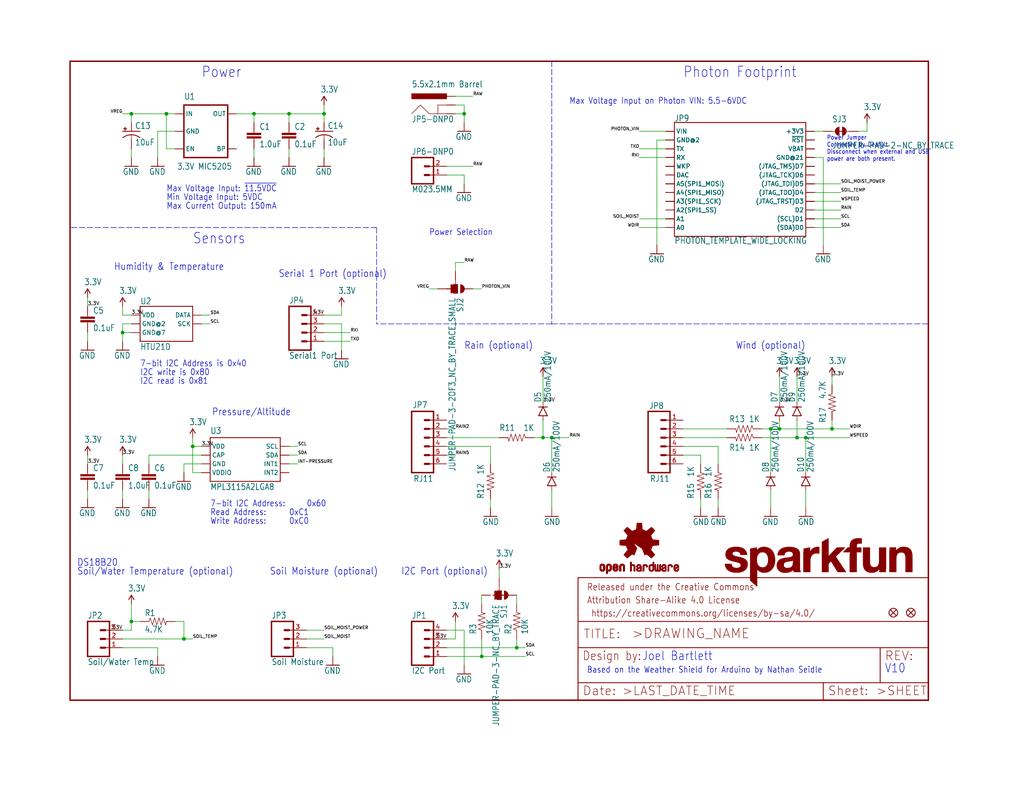
<source format=kicad_sch>
(kicad_sch (version 20211123) (generator eeschema)
  (paper "User" 297.002 231.242)
  (lib_symbols
    (symbol "schematicEagle-eagle-import:0.1UF-25V(+80{slash}-20%)(0603)"
      (property "Reference" "C" (at 1.524 2.921 0))
      (property "Value" "0.1UF-25V(+80{slash}-20%)(0603)" (at 1.524 -2.159 0))
      (symbol "0.1UF-25V(+80{slash}-20%)(0603)_1_0"
        (pin passive line (at 0 5.08 270) (length 2.54) (name "1") (number "1"))
        (pin passive line (at 0 -2.54 90) (length 2.54) (name "2") (number "2"))
      )
    )
    (symbol "schematicEagle-eagle-import:1.0UF-16V-10%(0603)"
      (property "Reference" "C" (at 1.524 2.921 0))
      (property "Value" "1.0UF-16V-10%(0603)" (at 1.524 -2.159 0))
      (symbol "1.0UF-16V-10%(0603)_1_0"
        (pin passive line (at 0 5.08 270) (length 2.54) (name "1") (number "1"))
        (pin passive line (at 0 -2.54 90) (length 2.54) (name "2") (number "2"))
      )
    )
    (symbol "schematicEagle-eagle-import:10KOHM-1{slash}10W-1%(0603)0603"
      (property "Reference" "R" (at -3.81 1.4986 0))
      (property "Value" "10KOHM-1{slash}10W-1%(0603)0603" (at -3.81 -3.302 0))
      (symbol "10KOHM-1{slash}10W-1%(0603)0603_1_0"
        (pin passive line (at -5.08 0 0) (length 2.54) (name "1") (number "1"))
        (pin passive line (at 5.08 0 180) (length 2.54) (name "2") (number "2"))
      )
    )
    (symbol "schematicEagle-eagle-import:10UF-16V-10%(TANT)"
      (property "Reference" "C" (at 1.016 0.635 0))
      (property "Value" "10UF-16V-10%(TANT)" (at 1.016 -4.191 0))
      (symbol "10UF-16V-10%(TANT)_1_0"
        (pin passive line (at 0 2.54 270) (length 2.54) (name "+") (number "A"))
        (pin passive line (at 0 -5.08 90) (length 2.54) (name "-") (number "C"))
      )
    )
    (symbol "schematicEagle-eagle-import:1KOHM-1{slash}10W-1%(0603)"
      (property "Reference" "R" (at -3.81 1.4986 0))
      (property "Value" "1KOHM-1{slash}10W-1%(0603)" (at -3.81 -3.302 0))
      (symbol "1KOHM-1{slash}10W-1%(0603)_1_0"
        (pin passive line (at -5.08 0 0) (length 2.54) (name "1") (number "1"))
        (pin passive line (at 5.08 0 180) (length 2.54) (name "2") (number "2"))
      )
    )
    (symbol "schematicEagle-eagle-import:3.3V" (power)
      (property "Value" "3.3V" (at -1.016 3.556 0))
      (symbol "3.3V_1_0"
        (pin power_in line (at 0 0 90) (length 2.54) (name "3.3V") (number "1"))
      )
    )
    (symbol "schematicEagle-eagle-import:4.7KOHM-1{slash}10W-1%(0603)"
      (property "Reference" "R" (at -3.81 1.4986 0))
      (property "Value" "4.7KOHM-1{slash}10W-1%(0603)" (at -3.81 -3.302 0))
      (symbol "4.7KOHM-1{slash}10W-1%(0603)_1_0"
        (pin passive line (at -5.08 0 0) (length 2.54) (name "1") (number "1"))
        (pin passive line (at 5.08 0 180) (length 2.54) (name "2") (number "2"))
      )
    )
    (symbol "schematicEagle-eagle-import:DIODEBAS16"
      (property "Reference" "D" (at 2.54 0.4826 0))
      (property "Value" "DIODEBAS16" (at 2.54 -2.3114 0))
      (symbol "DIODEBAS16_1_0"
        (pin passive line (at -2.54 0 0) (length 0) (name "A") (number "A"))
        (pin passive line (at 2.54 0 180) (length 0) (name "C") (number "C"))
      )
    )
    (symbol "schematicEagle-eagle-import:FIDUCIAL1X2")
    (symbol "schematicEagle-eagle-import:FRAME-LETTER"
      (symbol "FRAME-LETTER_2_0"
        (text " https://creativecommons.org/licenses/by-sa/4.0/" (at 2.54 24.13 0) (effects (font (size 1.9304 1.6408)) (justify left bottom)))
        (text ">DRAWING_NAME" (at 15.494 17.78 0) (effects (font (size 2.7432 2.7432)) (justify left bottom)))
        (text ">LAST_DATE_TIME" (at 12.7 1.27 0) (effects (font (size 2.54 2.54)) (justify left bottom)))
        (text ">SHEET" (at 86.36 1.27 0) (effects (font (size 2.54 2.54)) (justify left bottom)))
        (text "Attribution Share-Alike 4.0 License" (at 2.54 27.94 0) (effects (font (size 1.9304 1.6408)) (justify left bottom)))
        (text "Date:" (at 1.27 1.27 0) (effects (font (size 2.54 2.54)) (justify left bottom)))
        (text "Design by:" (at 1.27 11.43 0) (effects (font (size 2.54 2.159)) (justify left bottom)))
        (text "Released under the Creative Commons" (at 2.54 31.75 0) (effects (font (size 1.9304 1.6408)) (justify left bottom)))
        (text "REV:" (at 88.9 11.43 0) (effects (font (size 2.54 2.54)) (justify left bottom)))
        (text "Sheet:" (at 72.39 1.27 0) (effects (font (size 2.54 2.54)) (justify left bottom)))
        (text "TITLE:" (at 1.524 17.78 0) (effects (font (size 2.54 2.54)) (justify left bottom)))
      )
    )
    (symbol "schematicEagle-eagle-import:GND" (power)
      (property "Value" "GND" (at -2.54 -2.54 0))
      (symbol "GND_1_0"
        (pin power_in line (at 0 2.54 270) (length 2.54) (name "GND") (number "1"))
      )
    )
    (symbol "schematicEagle-eagle-import:HTU21DSMD"
      (property "Reference" "U" (at -7.62 5.588 0))
      (property "Value" "HTU21DSMD" (at -7.62 -7.62 0))
      (symbol "HTU21DSMD_1_0"
        (pin power_in line (at -10.16 -2.54 0) (length 2.54) (name "GND@7") (number "7"))
        (pin bidirectional line (at 10.16 2.54 180) (length 2.54) (name "DATA") (number "DATA"))
        (pin power_in line (at -10.16 0 0) (length 2.54) (name "GND@2") (number "GND"))
        (pin input line (at 10.16 0 180) (length 2.54) (name "SCK") (number "SCK"))
        (pin power_in line (at -10.16 2.54 0) (length 2.54) (name "VDD") (number "VDD"))
      )
    )
    (symbol "schematicEagle-eagle-import:JUMPER-PAD-2-NC_BY_TRACE"
      (property "Reference" "SJ" (at -2.54 2.54 0))
      (property "Value" "JUMPER-PAD-2-NC_BY_TRACE" (at -2.54 -5.08 0))
      (symbol "JUMPER-PAD-2-NC_BY_TRACE_1_0"
        (pin passive line (at -5.08 0 0) (length 2.54) (name "1") (number "1"))
        (pin passive line (at 5.08 0 180) (length 2.54) (name "2") (number "2"))
      )
    )
    (symbol "schematicEagle-eagle-import:JUMPER-PAD-3-2OF3_NC_BY_TRACE_SMALL"
      (property "Reference" "SJ" (at 2.54 0.381 0))
      (property "Value" "JUMPER-PAD-3-2OF3_NC_BY_TRACE_SMALL" (at 2.54 -1.905 0))
      (symbol "JUMPER-PAD-3-2OF3_NC_BY_TRACE_SMALL_1_0"
        (pin passive line (at 0 5.08 270) (length 2.54) (name "1") (number "1"))
        (pin passive line (at -5.08 0 0) (length 2.54) (name "2") (number "2"))
        (pin passive line (at 0 -5.08 90) (length 2.54) (name "3") (number "3"))
      )
    )
    (symbol "schematicEagle-eagle-import:JUMPER-PAD-3-NC_BY_TRACE"
      (property "Reference" "SJ" (at 2.54 0.381 0))
      (property "Value" "JUMPER-PAD-3-NC_BY_TRACE" (at 2.54 -1.905 0))
      (symbol "JUMPER-PAD-3-NC_BY_TRACE_1_0"
        (pin passive line (at 0 5.08 270) (length 2.54) (name "1") (number "1"))
        (pin passive line (at -5.08 0 0) (length 2.54) (name "2") (number "2"))
        (pin passive line (at 0 -5.08 90) (length 2.54) (name "3") (number "3"))
      )
    )
    (symbol "schematicEagle-eagle-import:M023.5MM"
      (property "Reference" "JP" (at -2.54 5.842 0))
      (property "Value" "M023.5MM" (at -2.54 -5.08 0))
      (symbol "M023.5MM_1_0"
        (pin passive line (at 7.62 0 180) (length 5.08) (name "1") (number "1"))
        (pin passive line (at 7.62 2.54 180) (length 5.08) (name "2") (number "2"))
      )
    )
    (symbol "schematicEagle-eagle-import:M03PTH"
      (property "Reference" "JP" (at -2.54 5.842 0))
      (property "Value" "M03PTH" (at -2.54 -7.62 0))
      (symbol "M03PTH_1_0"
        (pin passive line (at 7.62 -2.54 180) (length 5.08) (name "1") (number "1"))
        (pin passive line (at 7.62 0 180) (length 5.08) (name "2") (number "2"))
        (pin passive line (at 7.62 2.54 180) (length 5.08) (name "3") (number "3"))
      )
    )
    (symbol "schematicEagle-eagle-import:M04PTH"
      (property "Reference" "JP" (at -5.08 8.382 0))
      (property "Value" "M04PTH" (at -5.08 -7.62 0))
      (symbol "M04PTH_1_0"
        (pin passive line (at 5.08 -2.54 180) (length 5.08) (name "1") (number "1"))
        (pin passive line (at 5.08 0 180) (length 5.08) (name "2") (number "2"))
        (pin passive line (at 5.08 2.54 180) (length 5.08) (name "3") (number "3"))
        (pin passive line (at 5.08 5.08 180) (length 5.08) (name "4") (number "4"))
      )
    )
    (symbol "schematicEagle-eagle-import:MIC52053.3V"
      (property "Reference" "U" (at -7.62 9.144 0))
      (property "Value" "MIC52053.3V" (at -7.62 -11.43 0))
      (symbol "MIC52053.3V_1_0"
        (pin input line (at -10.16 5.08 0) (length 2.54) (name "IN") (number "1"))
        (pin input line (at -10.16 0 0) (length 2.54) (name "GND") (number "2"))
        (pin input line (at -10.16 -5.08 0) (length 2.54) (name "EN") (number "3"))
        (pin input line (at 7.62 -5.08 180) (length 2.54) (name "BP") (number "4"))
        (pin passive line (at 7.62 5.08 180) (length 2.54) (name "OUT") (number "5"))
      )
    )
    (symbol "schematicEagle-eagle-import:MPL3115A2LGA8"
      (property "Reference" "U" (at -10.16 5.08 0))
      (property "Value" "MPL3115A2LGA8" (at -10.16 -10.16 0))
      (symbol "MPL3115A2LGA8_1_0"
        (pin power_in line (at -12.7 2.54 0) (length 2.54) (name "VDD") (number "1"))
        (pin power_in line (at -12.7 0 0) (length 2.54) (name "CAP") (number "2"))
        (pin power_in line (at -12.7 -2.54 0) (length 2.54) (name "GND") (number "3"))
        (pin power_in line (at -12.7 -5.08 0) (length 2.54) (name "VDDIO") (number "4"))
        (pin output line (at 12.7 -5.08 180) (length 2.54) (name "INT2") (number "5"))
        (pin output line (at 12.7 -2.54 180) (length 2.54) (name "INT1") (number "6"))
        (pin bidirectional line (at 12.7 0 180) (length 2.54) (name "SDA") (number "7"))
        (pin bidirectional line (at 12.7 2.54 180) (length 2.54) (name "SCL") (number "8"))
      )
    )
    (symbol "schematicEagle-eagle-import:OSHW-LOGOM")
    (symbol "schematicEagle-eagle-import:POWER_JACKSMD"
      (property "Reference" "JP" (at -10.16 0 0))
      (property "Value" "POWER_JACKSMD" (at -10.16 10.16 0))
      (symbol "POWER_JACKSMD_1_0"
        (pin bidirectional line (at 2.54 5.08 180) (length 2.54) (name "GNDBREAK") (number "GND"))
        (pin bidirectional line (at 2.54 2.54 180) (length 2.54) (name "GND") (number "P$4"))
        (pin bidirectional line (at 2.54 7.62 180) (length 2.54) (name "PWR") (number "VIN0"))
      )
    )
    (symbol "schematicEagle-eagle-import:RJ11-6PTH"
      (property "Reference" "J" (at -5.08 10.922 0))
      (property "Value" "RJ11-6PTH" (at -5.08 -10.16 0))
      (symbol "RJ11-6PTH_1_0"
        (pin passive line (at 5.08 -5.08 180) (length 5.08) (name "1") (number "1"))
        (pin passive line (at 5.08 -2.54 180) (length 5.08) (name "2") (number "2"))
        (pin passive line (at 5.08 0 180) (length 5.08) (name "3") (number "3"))
        (pin passive line (at 5.08 2.54 180) (length 5.08) (name "4") (number "4"))
        (pin passive line (at 5.08 5.08 180) (length 5.08) (name "5") (number "5"))
        (pin passive line (at 5.08 7.62 180) (length 5.08) (name "6") (number "6"))
      )
    )
    (symbol "schematicEagle-eagle-import:SFE_LOGO_NAME.1_INCH")
    (symbol "schematicEagle-eagle-import:SPARK_PHOTONSPARK_PHOTON_TEMPLATE_WIDE_LOCKING"
      (property "Reference" "JP" (at -20.32 18.034 0))
      (property "Value" "SPARK_PHOTONSPARK_PHOTON_TEMPLATE_WIDE_LOCKING" (at -20.32 -15.494 0))
      (symbol "SPARK_PHOTONSPARK_PHOTON_TEMPLATE_WIDE_LOCKING_1_0"
        (pin bidirectional line (at -22.86 15.24 0) (length 2.54) (name "VIN") (number "1"))
        (pin bidirectional line (at -22.86 -7.62 0) (length 2.54) (name "A2(SPI1_SS)") (number "10"))
        (pin bidirectional line (at -22.86 -10.16 0) (length 2.54) (name "A1") (number "11"))
        (pin bidirectional line (at -22.86 -12.7 0) (length 2.54) (name "A0") (number "12"))
        (pin bidirectional line (at 20.32 -12.7 180) (length 2.54) (name "(SDA)D0") (number "13"))
        (pin bidirectional line (at 20.32 -10.16 180) (length 2.54) (name "(SCL)D1") (number "14"))
        (pin bidirectional line (at 20.32 -7.62 180) (length 2.54) (name "D2") (number "15"))
        (pin bidirectional line (at 20.32 -5.08 180) (length 2.54) (name "(JTAG_TRST)D3") (number "16"))
        (pin bidirectional line (at 20.32 -2.54 180) (length 2.54) (name "(JTAG_TDO)D4") (number "17"))
        (pin bidirectional line (at 20.32 0 180) (length 2.54) (name "(JTAG_TDI)D5") (number "18"))
        (pin bidirectional line (at 20.32 2.54 180) (length 2.54) (name "(JTAG_TCK)D6") (number "19"))
        (pin bidirectional line (at -22.86 12.7 0) (length 2.54) (name "GND@2") (number "2"))
        (pin bidirectional line (at 20.32 5.08 180) (length 2.54) (name "(JTAG_TMS)D7") (number "20"))
        (pin bidirectional line (at 20.32 7.62 180) (length 2.54) (name "GND@21") (number "21"))
        (pin bidirectional line (at 20.32 10.16 180) (length 2.54) (name "VBAT") (number "22"))
        (pin bidirectional line (at 20.32 12.7 180) (length 2.54) (name "~{RST}") (number "23"))
        (pin bidirectional line (at 20.32 15.24 180) (length 2.54) (name "+3V3") (number "24"))
        (pin bidirectional line (at -22.86 10.16 0) (length 2.54) (name "TX") (number "3"))
        (pin bidirectional line (at 20.32 15.24 180) (length 2.54) (name "+3V3") (number "3V3"))
        (pin bidirectional line (at -22.86 7.62 0) (length 2.54) (name "RX") (number "4"))
        (pin bidirectional line (at -22.86 5.08 0) (length 2.54) (name "WKP") (number "5"))
        (pin bidirectional line (at -22.86 2.54 0) (length 2.54) (name "DAC") (number "6"))
        (pin bidirectional line (at -22.86 0 0) (length 2.54) (name "A5(SPI1_MOSI)") (number "7"))
        (pin bidirectional line (at -22.86 -2.54 0) (length 2.54) (name "A4(SPI1_MISO)") (number "8"))
        (pin bidirectional line (at -22.86 -5.08 0) (length 2.54) (name "A3(SPI1_SCK)") (number "9"))
        (pin bidirectional line (at -22.86 -12.7 0) (length 2.54) (name "A0") (number "A0"))
        (pin bidirectional line (at -22.86 -10.16 0) (length 2.54) (name "A1") (number "A1"))
        (pin bidirectional line (at -22.86 -7.62 0) (length 2.54) (name "A2(SPI1_SS)") (number "A2"))
        (pin bidirectional line (at -22.86 -5.08 0) (length 2.54) (name "A3(SPI1_SCK)") (number "A3"))
        (pin bidirectional line (at -22.86 -2.54 0) (length 2.54) (name "A4(SPI1_MISO)") (number "A4"))
        (pin bidirectional line (at -22.86 0 0) (length 2.54) (name "A5(SPI1_MOSI)") (number "A5"))
        (pin bidirectional line (at 20.32 -12.7 180) (length 2.54) (name "(SDA)D0") (number "D0"))
        (pin bidirectional line (at 20.32 -10.16 180) (length 2.54) (name "(SCL)D1") (number "D1"))
        (pin bidirectional line (at 20.32 -7.62 180) (length 2.54) (name "D2") (number "D2"))
        (pin bidirectional line (at 20.32 -5.08 180) (length 2.54) (name "(JTAG_TRST)D3") (number "D3"))
        (pin bidirectional line (at 20.32 -2.54 180) (length 2.54) (name "(JTAG_TDO)D4") (number "D4"))
        (pin bidirectional line (at 20.32 0 180) (length 2.54) (name "(JTAG_TDI)D5") (number "D5"))
        (pin bidirectional line (at 20.32 2.54 180) (length 2.54) (name "(JTAG_TCK)D6") (number "D6"))
        (pin bidirectional line (at 20.32 5.08 180) (length 2.54) (name "(JTAG_TMS)D7") (number "D7"))
        (pin bidirectional line (at -22.86 2.54 0) (length 2.54) (name "DAC") (number "DAC"))
        (pin bidirectional line (at -22.86 12.7 0) (length 2.54) (name "GND@2") (number "GND@0"))
        (pin bidirectional line (at 20.32 7.62 180) (length 2.54) (name "GND@21") (number "GND@2"))
        (pin bidirectional line (at 20.32 12.7 180) (length 2.54) (name "~{RST}") (number "RST"))
        (pin bidirectional line (at -22.86 7.62 0) (length 2.54) (name "RX") (number "RX"))
        (pin bidirectional line (at -22.86 10.16 0) (length 2.54) (name "TX") (number "TX"))
        (pin bidirectional line (at 20.32 10.16 180) (length 2.54) (name "VBAT") (number "VBAT"))
        (pin bidirectional line (at -22.86 15.24 0) (length 2.54) (name "VIN") (number "VIN"))
        (pin bidirectional line (at -22.86 5.08 0) (length 2.54) (name "WKP") (number "WKP"))
      )
    )
    (symbol "schematicEagle-eagle-import:VCC" (power)
      (property "Value" "VCC" (at -1.016 3.556 0))
      (symbol "VCC_1_0"
        (pin power_in line (at 0 0 90) (length 2.54) (name "VCC") (number "1"))
      )
    )
  )
  (junction (at 38.1 33.02))
  (junction (at 160.02 127))
  (junction (at 73.66 33.02))
  (junction (at 241.3 124.46))
  (junction (at 226.06 124.46))
  (junction (at 149.86 187.96))
  (junction (at 83.82 33.02))
  (junction (at 231.14 127))
  (junction (at 53.34 185.42))
  (junction (at 48.26 33.02))
  (junction (at 93.98 33.02))
  (junction (at 134.62 33.02))
  (junction (at 55.88 129.54))
  (junction (at 157.48 127))
  (junction (at 223.52 124.46))
  (junction (at 233.68 127))
  (junction (at 139.7 190.5))
  (junction (at 35.56 96.52))
  (junction (at 38.1 180.34))
  (wire (pts (xy 236.22 60.96) (xy 243.84 60.96)))
  (wire (pts (xy 53.34 185.42) (xy 55.88 185.42)))
  (wire (pts (xy 149.86 185.42) (xy 149.86 187.96)))
  (wire (pts (xy 73.66 45.72) (xy 73.66 43.18)))
  (wire (pts (xy 50.8 180.34) (xy 53.34 180.34)))
  (wire (pts (xy 193.04 63.5) (xy 185.42 63.5)))
  (wire (pts (xy 129.54 129.54) (xy 142.24 129.54)))
  (wire (pts (xy 129.54 182.88) (xy 134.62 182.88)))
  (wire (pts (xy 38.1 45.72) (xy 38.1 43.18)))
  (wire (pts (xy 226.06 124.46) (xy 241.3 124.46)))
  (wire (pts (xy 226.06 116.84) (xy 226.06 109.22)))
  (wire (pts (xy 160.02 137.16) (xy 160.02 127)))
  (wire (pts (xy 93.98 33.02) (xy 93.98 35.56)))
  (wire (pts (xy 50.8 38.1) (xy 45.72 38.1)))
  (wire (pts (xy 99.06 91.44) (xy 99.06 88.9)))
  (wire (pts (xy 93.98 91.44) (xy 99.06 91.44)))
  (wire (pts (xy 154.94 127) (xy 157.48 127)))
  (wire (pts (xy 35.56 185.42) (xy 53.34 185.42)))
  (wire (pts (xy 68.58 33.02) (xy 73.66 33.02)))
  (wire (pts (xy 129.54 190.5) (xy 139.7 190.5)))
  (wire (pts (xy 238.76 45.72) (xy 238.76 71.12)))
  (wire (pts (xy 129.54 132.08) (xy 132.08 132.08)))
  (wire (pts (xy 193.04 45.72) (xy 185.42 45.72)))
  (wire (pts (xy 45.72 38.1) (xy 45.72 45.72)))
  (wire (pts (xy 40.64 180.34) (xy 38.1 180.34)))
  (wire (pts (xy 236.22 55.88) (xy 243.84 55.88)))
  (wire (pts (xy 203.2 147.32) (xy 203.2 144.78)))
  (wire (pts (xy 233.68 147.32) (xy 233.68 142.24)))
  (wire (pts (xy 149.86 175.26) (xy 149.86 172.72)))
  (wire (pts (xy 48.26 43.18) (xy 48.26 33.02)))
  (wire (pts (xy 55.88 129.54) (xy 55.88 127)))
  (wire (pts (xy 208.28 134.62) (xy 208.28 129.54)))
  (wire (pts (xy 160.02 147.32) (xy 160.02 142.24)))
  (wire (pts (xy 236.22 45.72) (xy 238.76 45.72)))
  (wire (pts (xy 193.04 43.18) (xy 185.42 43.18)))
  (wire (pts (xy 157.48 116.84) (xy 157.48 109.22)))
  (wire (pts (xy 25.4 99.06) (xy 25.4 96.52)))
  (wire (pts (xy 142.24 147.32) (xy 142.24 144.78)))
  (wire (pts (xy 99.06 93.98) (xy 93.98 93.98)))
  (wire (pts (xy 93.98 33.02) (xy 93.98 30.48)))
  (wire (pts (xy 157.48 127) (xy 160.02 127)))
  (wire (pts (xy 157.48 127) (xy 157.48 121.92)))
  (wire (pts (xy 43.18 142.24) (xy 43.18 144.78)))
  (wire (pts (xy 35.56 88.9) (xy 35.56 91.44)))
  (wire (pts (xy 58.42 132.08) (xy 43.18 132.08)))
  (wire (pts (xy 223.52 137.16) (xy 223.52 124.46)))
  (wire (pts (xy 88.9 185.42) (xy 93.98 185.42)))
  (wire (pts (xy 236.22 58.42) (xy 243.84 58.42)))
  (wire (pts (xy 129.54 124.46) (xy 132.08 124.46)))
  (wire (pts (xy 38.1 182.88) (xy 38.1 180.34)))
  (wire (pts (xy 58.42 93.98) (xy 60.96 93.98)))
  (wire (pts (xy 132.08 33.02) (xy 134.62 33.02)))
  (wire (pts (xy 134.62 182.88) (xy 134.62 193.04)))
  (wire (pts (xy 238.76 38.1) (xy 236.22 38.1)))
  (wire (pts (xy 93.98 99.06) (xy 101.6 99.06)))
  (wire (pts (xy 38.1 93.98) (xy 35.56 93.98)))
  (wire (pts (xy 48.26 33.02) (xy 50.8 33.02)))
  (wire (pts (xy 53.34 134.62) (xy 53.34 137.16)))
  (wire (pts (xy 129.54 48.26) (xy 137.16 48.26)))
  (wire (pts (xy 96.52 187.96) (xy 96.52 190.5)))
  (wire (pts (xy 58.42 134.62) (xy 53.34 134.62)))
  (wire (pts (xy 58.42 129.54) (xy 55.88 129.54)))
  (polyline (pts (xy 160.02 93.98) (xy 109.22 93.98)))
  (wire (pts (xy 236.22 53.34) (xy 243.84 53.34)))
  (wire (pts (xy 134.62 33.02) (xy 134.62 35.56)))
  (wire (pts (xy 233.68 137.16) (xy 233.68 127)))
  (wire (pts (xy 142.24 134.62) (xy 142.24 129.54)))
  (wire (pts (xy 58.42 91.44) (xy 60.96 91.44)))
  (wire (pts (xy 251.46 38.1) (xy 248.92 38.1)))
  (wire (pts (xy 223.52 124.46) (xy 226.06 124.46)))
  (wire (pts (xy 25.4 88.9) (xy 25.4 86.36)))
  (wire (pts (xy 223.52 147.32) (xy 223.52 142.24)))
  (wire (pts (xy 83.82 134.62) (xy 86.36 134.62)))
  (wire (pts (xy 220.98 124.46) (xy 223.52 124.46)))
  (wire (pts (xy 193.04 40.64) (xy 190.5 40.64)))
  (wire (pts (xy 53.34 180.34) (xy 53.34 185.42)))
  (wire (pts (xy 208.28 147.32) (xy 208.28 144.78)))
  (wire (pts (xy 83.82 33.02) (xy 93.98 33.02)))
  (wire (pts (xy 127 83.82) (xy 124.46 83.82)))
  (wire (pts (xy 86.36 129.54) (xy 83.82 129.54)))
  (wire (pts (xy 190.5 40.64) (xy 190.5 71.12)))
  (wire (pts (xy 251.46 35.56) (xy 251.46 38.1)))
  (wire (pts (xy 139.7 175.26) (xy 139.7 172.72)))
  (wire (pts (xy 139.7 190.5) (xy 152.4 190.5)))
  (wire (pts (xy 38.1 35.56) (xy 38.1 33.02)))
  (wire (pts (xy 236.22 63.5) (xy 243.84 63.5)))
  (wire (pts (xy 50.8 43.18) (xy 48.26 43.18)))
  (wire (pts (xy 198.12 127) (xy 210.82 127)))
  (wire (pts (xy 93.98 43.18) (xy 93.98 45.72)))
  (wire (pts (xy 236.22 66.04) (xy 243.84 66.04)))
  (wire (pts (xy 198.12 132.08) (xy 203.2 132.08)))
  (wire (pts (xy 233.68 127) (xy 246.38 127)))
  (wire (pts (xy 134.62 50.8) (xy 134.62 53.34)))
  (wire (pts (xy 35.56 144.78) (xy 35.56 142.24)))
  (wire (pts (xy 73.66 33.02) (xy 73.66 35.56)))
  (wire (pts (xy 226.06 121.92) (xy 226.06 124.46)))
  (wire (pts (xy 144.78 165.1) (xy 144.78 167.64)))
  (wire (pts (xy 35.56 132.08) (xy 35.56 134.62)))
  (wire (pts (xy 45.72 187.96) (xy 45.72 190.5)))
  (wire (pts (xy 99.06 101.6) (xy 99.06 93.98)))
  (wire (pts (xy 231.14 121.92) (xy 231.14 127)))
  (wire (pts (xy 88.9 187.96) (xy 96.52 187.96)))
  (wire (pts (xy 132.08 78.74) (xy 132.08 76.2)))
  (wire (pts (xy 35.56 93.98) (xy 35.56 96.52)))
  (wire (pts (xy 132.08 185.42) (xy 132.08 180.34)))
  (polyline (pts (xy 109.22 66.04) (xy 20.32 66.04)))
  (wire (pts (xy 137.16 83.82) (xy 139.7 83.82)))
  (wire (pts (xy 220.98 127) (xy 231.14 127)))
  (wire (pts (xy 35.56 187.96) (xy 45.72 187.96)))
  (wire (pts (xy 231.14 127) (xy 233.68 127)))
  (wire (pts (xy 132.08 76.2) (xy 134.62 76.2)))
  (wire (pts (xy 129.54 185.42) (xy 132.08 185.42)))
  (wire (pts (xy 35.56 182.88) (xy 38.1 182.88)))
  (wire (pts (xy 83.82 45.72) (xy 83.82 43.18)))
  (wire (pts (xy 193.04 38.1) (xy 185.42 38.1)))
  (wire (pts (xy 241.3 109.22) (xy 241.3 111.76)))
  (wire (pts (xy 160.02 127) (xy 165.1 127)))
  (wire (pts (xy 241.3 121.92) (xy 241.3 124.46)))
  (wire (pts (xy 134.62 30.48) (xy 134.62 33.02)))
  (wire (pts (xy 83.82 33.02) (xy 83.82 35.56)))
  (wire (pts (xy 73.66 33.02) (xy 83.82 33.02)))
  (wire (pts (xy 149.86 187.96) (xy 152.4 187.96)))
  (wire (pts (xy 198.12 129.54) (xy 208.28 129.54)))
  (wire (pts (xy 144.78 127) (xy 129.54 127)))
  (wire (pts (xy 38.1 91.44) (xy 35.56 91.44)))
  (wire (pts (xy 139.7 185.42) (xy 139.7 190.5)))
  (wire (pts (xy 25.4 144.78) (xy 25.4 142.24)))
  (wire (pts (xy 132.08 27.94) (xy 137.16 27.94)))
  (wire (pts (xy 38.1 96.52) (xy 35.56 96.52)))
  (wire (pts (xy 88.9 182.88) (xy 93.98 182.88)))
  (wire (pts (xy 129.54 50.8) (xy 134.62 50.8)))
  (wire (pts (xy 48.26 33.02) (xy 38.1 33.02)))
  (wire (pts (xy 38.1 180.34) (xy 38.1 175.26)))
  (wire (pts (xy 55.88 137.16) (xy 55.88 129.54)))
  (wire (pts (xy 193.04 66.04) (xy 185.42 66.04)))
  (polyline (pts (xy 160.02 17.78) (xy 160.02 93.98)))
  (wire (pts (xy 210.82 124.46) (xy 198.12 124.46)))
  (wire (pts (xy 129.54 187.96) (xy 149.86 187.96)))
  (wire (pts (xy 93.98 96.52) (xy 101.6 96.52)))
  (polyline (pts (xy 160.02 93.98) (xy 269.24 93.98)))
  (wire (pts (xy 38.1 33.02) (xy 35.56 33.02)))
  (wire (pts (xy 231.14 109.22) (xy 231.14 116.84)))
  (wire (pts (xy 58.42 137.16) (xy 55.88 137.16)))
  (wire (pts (xy 35.56 96.52) (xy 35.56 99.06)))
  (wire (pts (xy 241.3 124.46) (xy 246.38 124.46)))
  (wire (pts (xy 86.36 132.08) (xy 83.82 132.08)))
  (wire (pts (xy 25.4 134.62) (xy 25.4 132.08)))
  (wire (pts (xy 132.08 30.48) (xy 134.62 30.48)))
  (wire (pts (xy 203.2 134.62) (xy 203.2 132.08)))
  (polyline (pts (xy 109.22 66.04) (xy 109.22 93.98)))
  (wire (pts (xy 43.18 132.08) (xy 43.18 134.62)))
  (text "7-bit I2C Address:" (at 60.96 147.32 180) (effects (font (size 1.778 1.5113)) (justify left bottom)))
  (text "Max Voltage Input on Photon VIN: 5.5-6VDC" (at 165.1 30.48 180) (effects (font (size 1.778 1.5113)) (justify left bottom)))
  (text "0x60" (at 88.9 147.32 180) (effects (font (size 1.778 1.5113)) (justify left bottom)))
  (text "Read Address:" (at 60.96 149.86 180) (effects (font (size 1.778 1.5113)) (justify left bottom)))
  (text "DS18B20" (at 22.352 164.592 180) (effects (font (size 2.032 1.7272)) (justify left bottom)))
  (text "Based on the Weather Shield for Arduino by Nathan Seidle" (at 170.18 195.58 0) (effects (font (size 1.778 1.5113)) (justify left bottom)))
  (text "V10" (at 256.54 195.58 180) (effects (font (size 2.54 2.159)) (justify left bottom)))
  (text "Pressure/Altitude" (at 61.468 120.904 180) (effects (font (size 2.032 1.7272)) (justify left bottom)))
  (text "Rain (optional)" (at 134.62 101.6 180) (effects (font (size 2.032 1.7272)) (justify left bottom)))
  (text "Power" (at 58.42 22.86 180) (effects (font (size 3.048 2.5908)) (justify left bottom)))
  (text "Humidity & Temperature" (at 33.02 78.74 180) (effects (font (size 2.032 1.7272)) (justify left bottom)))
  (text "0xC0" (at 83.82 152.4 180) (effects (font (size 1.778 1.5113)) (justify left bottom)))
  (text "Soil/Water Temperature (optional)" (at 22.352 167.132 180) (effects (font (size 2.032 1.7272)) (justify left bottom)))
  (text "Max Current Output: 150mA" (at 48.26 60.96 180) (effects (font (size 1.778 1.5113)) (justify left bottom)))
  (text "Max Voltage Input: ~{11.5VDC}" (at 48.26 55.88 180) (effects (font (size 1.778 1.5113)) (justify left bottom)))
  (text "Power Jumper\nConnected by Deafult\nDissconnect when external and USB\npower are both present." (at 239.776 46.99 0) (effects (font (size 1.27 1.0795)) (justify left bottom)))
  (text "Serial 1 Port (optional)" (at 80.772 80.772 180) (effects (font (size 2.032 1.7272)) (justify left bottom)))
  (text "Sensors" (at 55.88 71.12 180) (effects (font (size 3.048 2.5908)) (justify left bottom)))
  (text "Power Selection" (at 124.46 68.58 180) (effects (font (size 1.778 1.5113)) (justify left bottom)))
  (text "Joel Bartlett" (at 186.182 192.024 180) (effects (font (size 2.54 2.159)) (justify left bottom)))
  (text "Min Voltage Input: 5VDC" (at 48.26 58.42 180) (effects (font (size 1.778 1.5113)) (justify left bottom)))
  (text "7-bit I2C Address is 0x40" (at 40.64 106.68 180) (effects (font (size 1.778 1.5113)) (justify left bottom)))
  (text "I2C read is 0x81" (at 40.64 111.76 180) (effects (font (size 1.778 1.5113)) (justify left bottom)))
  (text "0xC1" (at 83.82 149.86 180) (effects (font (size 1.778 1.5113)) (justify left bottom)))
  (text "I2C write is 0x80" (at 40.64 109.22 180) (effects (font (size 1.778 1.5113)) (justify left bottom)))
  (text "I2C Port (optional)" (at 116.332 167.132 180) (effects (font (size 2.032 1.7272)) (justify left bottom)))
  (text "Soil Moisture (optional)" (at 78.232 167.132 180) (effects (font (size 2.032 1.7272)) (justify left bottom)))
  (text "Write Address:" (at 60.96 152.4 180) (effects (font (size 1.778 1.5113)) (justify left bottom)))
  (text "Photon Footprint" (at 198.12 22.86 180) (effects (font (size 3.048 2.5908)) (justify left bottom)))
  (text "Wind (optional)" (at 213.36 101.6 180) (effects (font (size 2.032 1.7272)) (justify left bottom)))
  (label "RAW" (at 134.62 76.2 0) (effects (font (size 0.889 0.889))))
  (label "3.3V" (at 157.48 116.84 0) (effects (font (size 1.016 1.016))))
  (label "SOIL_MOIST_POWER" (at 243.84 53.34 0) (effects (font (size 0.889 0.889))))
  (label "RXI" (at 101.6 96.52 0) (effects (font (size 0.889 0.889))))
  (label "SDA" (at 152.4 187.96 0) (effects (font (size 0.889 0.889))))
  (label "RAIN" (at 165.1 127 0) (effects (font (size 0.889 0.889))))
  (label "3.3V" (at 35.56 132.08 0) (effects (font (size 1.016 1.016))))
  (label "RAIN2" (at 132.08 124.46 0) (effects (font (size 0.889 0.889))))
  (label "SOIL_TEMP" (at 243.84 55.88 0) (effects (font (size 0.889 0.889))))
  (label "SCL" (at 86.36 129.54 0) (effects (font (size 0.889 0.889))))
  (label "3.3V" (at 226.06 116.84 0) (effects (font (size 1.016 1.016))))
  (label "WSPEED" (at 243.84 58.42 0) (effects (font (size 0.889 0.889))))
  (label "3.3V" (at 129.54 185.42 180) (effects (font (size 1.016 1.016))))
  (label "3.3V" (at 38.1 91.44 0) (effects (font (size 1.016 1.016))))
  (label "WDIR" (at 246.38 124.46 0) (effects (font (size 0.889 0.889))))
  (label "RXI" (at 185.42 45.72 180) (effects (font (size 0.889 0.889))))
  (label "SCL" (at 243.84 63.5 0) (effects (font (size 0.889 0.889))))
  (label "VREG" (at 124.46 83.82 180) (effects (font (size 0.889 0.889))))
  (label "3.3V" (at 93.98 91.44 180) (effects (font (size 1.016 1.016))))
  (label "VREG" (at 35.56 33.02 180) (effects (font (size 0.889 0.889))))
  (label "WDIR" (at 185.42 66.04 180) (effects (font (size 0.889 0.889))))
  (label "RAW" (at 137.16 48.26 0) (effects (font (size 0.889 0.889))))
  (label "TXO" (at 185.42 43.18 180) (effects (font (size 0.889 0.889))))
  (label "PHOTON_VIN" (at 185.42 38.1 180) (effects (font (size 0.889 0.889))))
  (label "WSPEED" (at 246.38 127 0) (effects (font (size 0.889 0.889))))
  (label "RAW" (at 137.16 27.94 0) (effects (font (size 0.889 0.889))))
  (label "TXO" (at 101.6 99.06 0) (effects (font (size 0.889 0.889))))
  (label "PHOTON_VIN" (at 139.7 83.82 0) (effects (font (size 0.889 0.889))))
  (label "3.3V" (at 241.3 109.22 0) (effects (font (size 1.016 1.016))))
  (label "SOIL_MOIST" (at 185.42 63.5 180) (effects (font (size 0.889 0.889))))
  (label "3.3V" (at 25.4 134.62 0) (effects (font (size 1.016 1.016))))
  (label "INT-PRESSURE" (at 86.36 134.62 0) (effects (font (size 0.889 0.889))))
  (label "SDA" (at 243.84 66.04 0) (effects (font (size 0.889 0.889))))
  (label "SOIL_TEMP" (at 55.88 185.42 0) (effects (font (size 0.889 0.889))))
  (label "3.3V" (at 35.56 182.88 180) (effects (font (size 1.016 1.016))))
  (label "SOIL_MOIST_POWER" (at 93.98 182.88 0) (effects (font (size 0.889 0.889))))
  (label "SDA" (at 60.96 91.44 0) (effects (font (size 0.889 0.889))))
  (label "3.3V" (at 231.14 109.22 0) (effects (font (size 1.016 1.016))))
  (label "SDA" (at 86.36 132.08 0) (effects (font (size 0.889 0.889))))
  (label "RAIN5" (at 132.08 132.08 0) (effects (font (size 0.889 0.889))))
  (label "3.3V" (at 25.4 88.9 0) (effects (font (size 1.016 1.016))))
  (label "SOIL_MOIST" (at 93.98 185.42 0) (effects (font (size 0.889 0.889))))
  (label "3.3V" (at 58.42 129.54 0) (effects (font (size 1.016 1.016))))
  (label "RAIN" (at 243.84 60.96 0) (effects (font (size 0.889 0.889))))
  (label "SCL" (at 60.96 93.98 0) (effects (font (size 0.889 0.889))))
  (label "3.3V" (at 144.78 165.1 0) (effects (font (size 1.016 1.016))))
  (label "SCL" (at 152.4 190.5 0) (effects (font (size 0.889 0.889))))
  (symbol (lib_id "schematicEagle-eagle-import:1KOHM-1{slash}10W-1%(0603)") (at 142.24 139.7 270) (unit 1)
    (property "Reference" "R12" (at 140.335 144.78 0) (effects (font (size 1.778 1.5113)) (justify right top)))
    (property "Value" "1K" (at 140.335 137.795 0) (effects (font (size 1.778 1.5113)) (justify right top)))
    (property "Footprint" "schematicEagle:0603-RES" (effects hide))
  )
  (symbol (lib_id "schematicEagle-eagle-import:GND") (at 53.34 139.7 0) (unit 1)
    (property "Reference" "#GND6" (effects hide))
    (property "Value" "GND" (at 50.8 142.24 0) (effects (font (size 1.778 1.5113)) (justify left bottom)))
    (property "Footprint" "schematicEagle:" (effects hide))
  )
  (symbol (lib_id "schematicEagle-eagle-import:RJ11-6PTH") (at 124.46 127 0) (mirror x) (unit 1)
    (property "Reference" "JP7" (at 119.634 118.491 0) (effects (font (size 1.778 1.5113)) (justify left top)))
    (property "Value" "RJ11" (at 119.888 137.922 0) (effects (font (size 1.778 1.5113)) (justify left bottom)))
    (property "Footprint" "schematicEagle:RJ11-6" (effects hide))
  )
  (symbol (lib_id "schematicEagle-eagle-import:GND") (at 134.62 195.58 0) (unit 1)
    (property "Reference" "#GND8" (effects hide))
    (property "Value" "GND" (at 132.08 198.12 0) (effects (font (size 1.778 1.5113)) (justify left bottom)))
    (property "Footprint" "schematicEagle:" (effects hide))
  )
  (symbol (lib_id "schematicEagle-eagle-import:0.1UF-25V(+80{slash}-20%)(0603)") (at 25.4 93.98 0) (unit 1)
    (property "Reference" "C5" (at 26.924 91.059 0) (effects (font (size 1.778 1.5113)) (justify left bottom)))
    (property "Value" "0.1uF" (at 26.924 96.139 0) (effects (font (size 1.778 1.5113)) (justify left bottom)))
    (property "Footprint" "schematicEagle:0603-CAP" (effects hide))
  )
  (symbol (lib_id "schematicEagle-eagle-import:1KOHM-1{slash}10W-1%(0603)") (at 215.9 124.46 0) (mirror y) (unit 1)
    (property "Reference" "R13" (at 211.455 122.555 0) (effects (font (size 1.778 1.5113)) (justify right bottom)))
    (property "Value" "1K" (at 217.17 122.555 0) (effects (font (size 1.778 1.5113)) (justify right bottom)))
    (property "Footprint" "schematicEagle:0603-RES" (effects hide))
  )
  (symbol (lib_id "schematicEagle-eagle-import:GND") (at 96.52 193.04 0) (unit 1)
    (property "Reference" "#GND4" (effects hide))
    (property "Value" "GND" (at 93.98 195.58 0) (effects (font (size 1.778 1.5113)) (justify left bottom)))
    (property "Footprint" "schematicEagle:" (effects hide))
  )
  (symbol (lib_id "schematicEagle-eagle-import:GND") (at 134.62 55.88 0) (unit 1)
    (property "Reference" "#GND13" (effects hide))
    (property "Value" "GND" (at 132.08 58.42 0) (effects (font (size 1.778 1.5113)) (justify left bottom)))
    (property "Footprint" "schematicEagle:" (effects hide))
  )
  (symbol (lib_id "schematicEagle-eagle-import:VCC") (at 99.06 88.9 0) (unit 1)
    (property "Reference" "#P+6" (effects hide))
    (property "Value" "3.3V" (at 98.044 85.344 0) (effects (font (size 1.778 1.5113)) (justify left bottom)))
    (property "Footprint" "schematicEagle:" (effects hide))
  )
  (symbol (lib_id "schematicEagle-eagle-import:HTU21DSMD") (at 48.26 93.98 0) (unit 1)
    (property "Reference" "U2" (at 40.64 88.392 0) (effects (font (size 1.778 1.5113)) (justify left bottom)))
    (property "Value" "HTU21D" (at 40.64 101.6 0) (effects (font (size 1.778 1.5113)) (justify left bottom)))
    (property "Footprint" "schematicEagle:HTU21D" (effects hide))
  )
  (symbol (lib_id "schematicEagle-eagle-import:1.0UF-16V-10%(0603)") (at 35.56 139.7 0) (unit 1)
    (property "Reference" "C8" (at 37.084 136.779 0) (effects (font (size 1.778 1.5113)) (justify left bottom)))
    (property "Value" "1.0uF" (at 37.084 141.859 0) (effects (font (size 1.778 1.5113)) (justify left bottom)))
    (property "Footprint" "schematicEagle:0603-CAP" (effects hide))
  )
  (symbol (lib_id "schematicEagle-eagle-import:GND") (at 83.82 48.26 0) (unit 1)
    (property "Reference" "#GND26" (effects hide))
    (property "Value" "GND" (at 81.28 50.8 0) (effects (font (size 1.778 1.5113)) (justify left bottom)))
    (property "Footprint" "schematicEagle:" (effects hide))
  )
  (symbol (lib_id "schematicEagle-eagle-import:POWER_JACKSMD") (at 129.54 35.56 0) (unit 1)
    (property "Reference" "JP5-DNP0" (at 119.38 35.56 0) (effects (font (size 1.778 1.5113)) (justify left bottom)))
    (property "Value" "5.5x2.1mm Barrel" (at 119.38 25.4 0) (effects (font (size 1.778 1.5113)) (justify left bottom)))
    (property "Footprint" "schematicEagle:POWER_JACK_SMD" (effects hide))
  )
  (symbol (lib_id "schematicEagle-eagle-import:GND") (at 35.56 147.32 0) (unit 1)
    (property "Reference" "#GND19" (effects hide))
    (property "Value" "GND" (at 33.02 149.86 0) (effects (font (size 1.778 1.5113)) (justify left bottom)))
    (property "Footprint" "schematicEagle:" (effects hide))
  )
  (symbol (lib_id "schematicEagle-eagle-import:M04PTH") (at 88.9 96.52 0) (unit 1)
    (property "Reference" "JP4" (at 83.82 88.138 0) (effects (font (size 1.778 1.5113)) (justify left bottom)))
    (property "Value" "Serial1 Port" (at 83.82 104.14 0) (effects (font (size 1.778 1.5113)) (justify left bottom)))
    (property "Footprint" "schematicEagle:1X04" (effects hide))
  )
  (symbol (lib_id "schematicEagle-eagle-import:DIODEBAS16") (at 157.48 119.38 90) (unit 1)
    (property "Reference" "D5" (at 156.9974 116.84 0) (effects (font (size 1.778 1.5113)) (justify left bottom)))
    (property "Value" "250mA/100V" (at 159.7914 116.84 0) (effects (font (size 1.778 1.5113)) (justify left bottom)))
    (property "Footprint" "schematicEagle:SOD-323" (effects hide))
  )
  (symbol (lib_id "schematicEagle-eagle-import:SPARK_PHOTONSPARK_PHOTON_TEMPLATE_WIDE_LOCKING") (at 215.9 53.34 0) (unit 1)
    (property "Reference" "JP9" (at 195.58 35.306 0) (effects (font (size 1.778 1.5113)) (justify left bottom)))
    (property "Value" "PHOTON_TEMPLATE_WIDE_LOCKING" (at 195.58 68.834 0) (effects (font (size 1.778 1.5113)) (justify left top)))
    (property "Footprint" "schematicEagle:SPARK_PHOTON_TEMPLATE_WIDE_LOCKING" (effects hide))
  )
  (symbol (lib_id "schematicEagle-eagle-import:10UF-16V-10%(TANT)") (at 93.98 38.1 0) (unit 1)
    (property "Reference" "C14" (at 94.996 37.465 0) (effects (font (size 1.778 1.5113)) (justify left bottom)))
    (property "Value" "10uF" (at 94.996 42.291 0) (effects (font (size 1.778 1.5113)) (justify left bottom)))
    (property "Footprint" "schematicEagle:EIA3216" (effects hide))
  )
  (symbol (lib_id "schematicEagle-eagle-import:0.1UF-25V(+80{slash}-20%)(0603)") (at 43.18 139.7 0) (unit 1)
    (property "Reference" "C6" (at 44.704 136.779 0) (effects (font (size 1.778 1.5113)) (justify left bottom)))
    (property "Value" "0.1uF" (at 44.704 141.859 0) (effects (font (size 1.778 1.5113)) (justify left bottom)))
    (property "Footprint" "schematicEagle:0603-CAP" (effects hide))
  )
  (symbol (lib_id "schematicEagle-eagle-import:VCC") (at 132.08 180.34 0) (unit 1)
    (property "Reference" "#P+8" (effects hide))
    (property "Value" "3.3V" (at 131.064 176.784 0) (effects (font (size 1.778 1.5113)) (justify left bottom)))
    (property "Footprint" "schematicEagle:" (effects hide))
  )
  (symbol (lib_id "schematicEagle-eagle-import:GND") (at 73.66 48.26 0) (unit 1)
    (property "Reference" "#GND25" (effects hide))
    (property "Value" "GND" (at 71.12 50.8 0) (effects (font (size 1.778 1.5113)) (justify left bottom)))
    (property "Footprint" "schematicEagle:" (effects hide))
  )
  (symbol (lib_id "schematicEagle-eagle-import:DIODEBAS16") (at 160.02 139.7 90) (unit 1)
    (property "Reference" "D6" (at 159.5374 137.16 0) (effects (font (size 1.778 1.5113)) (justify left bottom)))
    (property "Value" "250mA/100V" (at 162.3314 137.16 0) (effects (font (size 1.778 1.5113)) (justify left bottom)))
    (property "Footprint" "schematicEagle:SOD-323" (effects hide))
  )
  (symbol (lib_id "schematicEagle-eagle-import:GND") (at 99.06 104.14 0) (unit 1)
    (property "Reference" "#GND14" (effects hide))
    (property "Value" "GND" (at 96.52 106.68 0) (effects (font (size 1.778 1.5113)) (justify left bottom)))
    (property "Footprint" "schematicEagle:" (effects hide))
  )
  (symbol (lib_id "schematicEagle-eagle-import:1KOHM-1{slash}10W-1%(0603)") (at 203.2 139.7 270) (unit 1)
    (property "Reference" "R15" (at 201.295 144.78 0) (effects (font (size 1.778 1.5113)) (justify right top)))
    (property "Value" "1K" (at 201.295 138.43 0) (effects (font (size 1.778 1.5113)) (justify right top)))
    (property "Footprint" "schematicEagle:0603-RES" (effects hide))
  )
  (symbol (lib_id "schematicEagle-eagle-import:GND") (at 160.02 149.86 0) (mirror y) (unit 1)
    (property "Reference" "#GND31" (effects hide))
    (property "Value" "GND" (at 162.56 152.4 0) (effects (font (size 1.778 1.5113)) (justify left bottom)))
    (property "Footprint" "schematicEagle:" (effects hide))
  )
  (symbol (lib_id "schematicEagle-eagle-import:VCC") (at 241.3 109.22 0) (unit 1)
    (property "Reference" "#P+14" (effects hide))
    (property "Value" "3.3V" (at 240.284 105.664 0) (effects (font (size 1.778 1.5113)) (justify left bottom)))
    (property "Footprint" "schematicEagle:" (effects hide))
  )
  (symbol (lib_id "schematicEagle-eagle-import:DIODEBAS16") (at 233.68 139.7 90) (unit 1)
    (property "Reference" "D10" (at 233.1974 137.16 0) (effects (font (size 1.778 1.5113)) (justify left bottom)))
    (property "Value" "250mA/100V" (at 235.9914 137.16 0) (effects (font (size 1.778 1.5113)) (justify left bottom)))
    (property "Footprint" "schematicEagle:SOD-323" (effects hide))
  )
  (symbol (lib_id "schematicEagle-eagle-import:4.7KOHM-1{slash}10W-1%(0603)") (at 45.72 180.34 0) (unit 1)
    (property "Reference" "R1" (at 41.91 178.8414 0) (effects (font (size 1.778 1.5113)) (justify left bottom)))
    (property "Value" "4.7K" (at 41.91 183.642 0) (effects (font (size 1.778 1.5113)) (justify left bottom)))
    (property "Footprint" "schematicEagle:0603-RES" (effects hide))
  )
  (symbol (lib_id "schematicEagle-eagle-import:4.7KOHM-1{slash}10W-1%(0603)") (at 241.3 116.84 90) (mirror x) (unit 1)
    (property "Reference" "R17" (at 239.5474 118.11 0) (effects (font (size 1.778 1.5113)) (justify left bottom)))
    (property "Value" "4.7K" (at 239.522 110.49 0) (effects (font (size 1.778 1.5113)) (justify left bottom)))
    (property "Footprint" "schematicEagle:0603-RES" (effects hide))
  )
  (symbol (lib_id "schematicEagle-eagle-import:3.3V") (at 93.98 30.48 0) (unit 1)
    (property "Reference" "#P+16" (effects hide))
    (property "Value" "3.3V" (at 92.964 26.924 0) (effects (font (size 1.778 1.5113)) (justify left bottom)))
    (property "Footprint" "schematicEagle:" (effects hide))
  )
  (symbol (lib_id "schematicEagle-eagle-import:JUMPER-PAD-2-NC_BY_TRACE") (at 243.84 38.1 0) (unit 1)
    (property "Reference" "SJ3" (at 241.3 35.56 0) (effects (font (size 1.778 1.5113)) (justify left bottom)))
    (property "Value" "JUMPER-PAD-2-NC_BY_TRACE" (at 241.3 43.18 0) (effects (font (size 1.778 1.5113)) (justify left bottom)))
    (property "Footprint" "schematicEagle:PAD-JUMPER-2-NC_BY_TRACE_YES_SILK" (effects hide))
  )
  (symbol (lib_id "schematicEagle-eagle-import:VCC") (at 55.88 127 0) (unit 1)
    (property "Reference" "#P+4" (effects hide))
    (property "Value" "3.3V" (at 54.864 123.444 0) (effects (font (size 1.778 1.5113)) (justify left bottom)))
    (property "Footprint" "schematicEagle:" (effects hide))
  )
  (symbol (lib_id "schematicEagle-eagle-import:DIODEBAS16") (at 223.52 139.7 90) (unit 1)
    (property "Reference" "D8" (at 223.0374 137.16 0) (effects (font (size 1.778 1.5113)) (justify left bottom)))
    (property "Value" "250mA/100V" (at 225.8314 137.16 0) (effects (font (size 1.778 1.5113)) (justify left bottom)))
    (property "Footprint" "schematicEagle:SOD-323" (effects hide))
  )
  (symbol (lib_id "schematicEagle-eagle-import:1KOHM-1{slash}10W-1%(0603)") (at 215.9 127 0) (mirror y) (unit 1)
    (property "Reference" "R14" (at 211.455 128.905 0) (effects (font (size 1.778 1.5113)) (justify right top)))
    (property "Value" "1K" (at 217.17 128.905 0) (effects (font (size 1.778 1.5113)) (justify right top)))
    (property "Footprint" "schematicEagle:0603-RES" (effects hide))
  )
  (symbol (lib_id "schematicEagle-eagle-import:M03PTH") (at 27.94 185.42 0) (unit 1)
    (property "Reference" "JP2" (at 25.4 179.578 0) (effects (font (size 1.778 1.5113)) (justify left bottom)))
    (property "Value" "Soil/Water Temp" (at 25.4 193.04 0) (effects (font (size 1.778 1.5113)) (justify left bottom)))
    (property "Footprint" "schematicEagle:1X03" (effects hide))
  )
  (symbol (lib_id "schematicEagle-eagle-import:VCC") (at 25.4 86.36 0) (unit 1)
    (property "Reference" "#P+7" (effects hide))
    (property "Value" "3.3V" (at 24.384 82.804 0) (effects (font (size 1.778 1.5113)) (justify left bottom)))
    (property "Footprint" "schematicEagle:" (effects hide))
  )
  (symbol (lib_id "schematicEagle-eagle-import:DIODEBAS16") (at 226.06 119.38 90) (unit 1)
    (property "Reference" "D7" (at 225.5774 116.84 0) (effects (font (size 1.778 1.5113)) (justify left bottom)))
    (property "Value" "250mA/100V" (at 228.3714 116.84 0) (effects (font (size 1.778 1.5113)) (justify left bottom)))
    (property "Footprint" "schematicEagle:SOD-323" (effects hide))
  )
  (symbol (lib_id "schematicEagle-eagle-import:10UF-16V-10%(TANT)") (at 38.1 38.1 0) (unit 1)
    (property "Reference" "C13" (at 39.116 37.465 0) (effects (font (size 1.778 1.5113)) (justify left bottom)))
    (property "Value" "10uF" (at 39.116 42.291 0) (effects (font (size 1.778 1.5113)) (justify left bottom)))
    (property "Footprint" "schematicEagle:EIA3216" (effects hide))
  )
  (symbol (lib_id "schematicEagle-eagle-import:GND") (at 142.24 149.86 0) (mirror y) (unit 1)
    (property "Reference" "#GND5" (effects hide))
    (property "Value" "GND" (at 144.78 152.4 0) (effects (font (size 1.778 1.5113)) (justify left bottom)))
    (property "Footprint" "schematicEagle:" (effects hide))
  )
  (symbol (lib_id "schematicEagle-eagle-import:FRAME-LETTER") (at 20.32 203.2 0) (unit 1)
    (property "Reference" "FRAME1" (effects hide))
    (property "Value" "FRAME-LETTER" (effects hide))
    (property "Footprint" "schematicEagle:CREATIVE_COMMONS" (effects hide))
  )
  (symbol (lib_id "schematicEagle-eagle-import:GND") (at 233.68 149.86 0) (mirror y) (unit 1)
    (property "Reference" "#GND21" (effects hide))
    (property "Value" "GND" (at 236.22 152.4 0) (effects (font (size 1.778 1.5113)) (justify left bottom)))
    (property "Footprint" "schematicEagle:" (effects hide))
  )
  (symbol (lib_id "schematicEagle-eagle-import:FRAME-LETTER") (at 167.64 203.2 0) (unit 2)
    (property "Reference" "FRAME1" (effects hide))
    (property "Value" "FRAME-LETTER" (effects hide))
    (property "Footprint" "schematicEagle:CREATIVE_COMMONS" (effects hide))
  )
  (symbol (lib_id "schematicEagle-eagle-import:M04PTH") (at 124.46 187.96 0) (unit 1)
    (property "Reference" "JP1" (at 119.38 179.578 0) (effects (font (size 1.778 1.5113)) (justify left bottom)))
    (property "Value" "I2C Port" (at 119.38 195.58 0) (effects (font (size 1.778 1.5113)) (justify left bottom)))
    (property "Footprint" "schematicEagle:1X04" (effects hide))
  )
  (symbol (lib_id "schematicEagle-eagle-import:VCC") (at 157.48 109.22 0) (unit 1)
    (property "Reference" "#P+5" (effects hide))
    (property "Value" "3.3V" (at 156.464 105.664 0) (effects (font (size 1.778 1.5113)) (justify left bottom)))
    (property "Footprint" "schematicEagle:" (effects hide))
  )
  (symbol (lib_id "schematicEagle-eagle-import:GND") (at 43.18 147.32 0) (unit 1)
    (property "Reference" "#GND9" (effects hide))
    (property "Value" "GND" (at 40.64 149.86 0) (effects (font (size 1.778 1.5113)) (justify left bottom)))
    (property "Footprint" "schematicEagle:" (effects hide))
  )
  (symbol (lib_id "schematicEagle-eagle-import:VCC") (at 144.78 165.1 0) (unit 1)
    (property "Reference" "#P+9" (effects hide))
    (property "Value" "3.3V" (at 143.764 161.544 0) (effects (font (size 1.778 1.5113)) (justify left bottom)))
    (property "Footprint" "schematicEagle:" (effects hide))
  )
  (symbol (lib_id "schematicEagle-eagle-import:GND") (at 208.28 149.86 0) (mirror y) (unit 1)
    (property "Reference" "#GND16" (effects hide))
    (property "Value" "GND" (at 210.82 152.4 0) (effects (font (size 1.778 1.5113)) (justify left bottom)))
    (property "Footprint" "schematicEagle:" (effects hide))
  )
  (symbol (lib_id "schematicEagle-eagle-import:VCC") (at 35.56 132.08 0) (unit 1)
    (property "Reference" "#P+10" (effects hide))
    (property "Value" "3.3V" (at 34.544 128.524 0) (effects (font (size 1.778 1.5113)) (justify left bottom)))
    (property "Footprint" "schematicEagle:" (effects hide))
  )
  (symbol (lib_id "schematicEagle-eagle-import:GND") (at 25.4 101.6 0) (unit 1)
    (property "Reference" "#GND11" (effects hide))
    (property "Value" "GND" (at 22.86 104.14 0) (effects (font (size 1.778 1.5113)) (justify left bottom)))
    (property "Footprint" "schematicEagle:" (effects hide))
  )
  (symbol (lib_id "schematicEagle-eagle-import:1.0UF-16V-10%(0603)") (at 73.66 40.64 0) (unit 1)
    (property "Reference" "C1" (at 75.184 37.719 0) (effects (font (size 1.778 1.5113)) (justify left bottom)))
    (property "Value" "1.0uF" (at 75.184 42.799 0) (effects (font (size 1.778 1.5113)) (justify left bottom)))
    (property "Footprint" "schematicEagle:0603-CAP" (effects hide))
  )
  (symbol (lib_id "schematicEagle-eagle-import:MIC52053.3V") (at 60.96 38.1 0) (unit 1)
    (property "Reference" "U1" (at 53.34 28.956 0) (effects (font (size 1.778 1.5113)) (justify left bottom)))
    (property "Value" "3.3V MIC5205" (at 51.308 49.276 0) (effects (font (size 1.778 1.5113)) (justify left bottom)))
    (property "Footprint" "schematicEagle:SOT23-5" (effects hide))
  )
  (symbol (lib_id "schematicEagle-eagle-import:GND") (at 35.56 101.6 0) (unit 1)
    (property "Reference" "#GND12" (effects hide))
    (property "Value" "GND" (at 33.02 104.14 0) (effects (font (size 1.778 1.5113)) (justify left bottom)))
    (property "Footprint" "schematicEagle:" (effects hide))
  )
  (symbol (lib_id "schematicEagle-eagle-import:0.1UF-25V(+80{slash}-20%)(0603)") (at 25.4 139.7 0) (unit 1)
    (property "Reference" "C7" (at 26.924 136.779 0) (effects (font (size 1.778 1.5113)) (justify left bottom)))
    (property "Value" "0.1uF" (at 26.924 141.859 0) (effects (font (size 1.778 1.5113)) (justify left bottom)))
    (property "Footprint" "schematicEagle:0603-CAP" (effects hide))
  )
  (symbol (lib_id "schematicEagle-eagle-import:VCC") (at 226.06 109.22 0) (unit 1)
    (property "Reference" "#P+11" (effects hide))
    (property "Value" "3.3V" (at 225.044 105.664 0) (effects (font (size 1.778 1.5113)) (justify left bottom)))
    (property "Footprint" "schematicEagle:" (effects hide))
  )
  (symbol (lib_id "schematicEagle-eagle-import:SFE_LOGO_NAME.1_INCH") (at 208.28 170.18 0) (unit 1)
    (property "Reference" "LOGO2" (effects hide))
    (property "Value" "SFE_LOGO_NAME.1_INCH" (effects hide))
    (property "Footprint" "schematicEagle:SFE_LOGO_NAME_.1" (effects hide))
  )
  (symbol (lib_id "schematicEagle-eagle-import:GND") (at 45.72 48.26 0) (unit 1)
    (property "Reference" "#GND30" (effects hide))
    (property "Value" "GND" (at 43.18 50.8 0) (effects (font (size 1.778 1.5113)) (justify left bottom)))
    (property "Footprint" "schematicEagle:" (effects hide))
  )
  (symbol (lib_id "schematicEagle-eagle-import:10KOHM-1{slash}10W-1%(0603)0603") (at 139.7 180.34 90) (unit 1)
    (property "Reference" "R3" (at 138.2014 184.15 0) (effects (font (size 1.778 1.5113)) (justify left bottom)))
    (property "Value" "10K" (at 143.002 184.15 0) (effects (font (size 1.778 1.5113)) (justify left bottom)))
    (property "Footprint" "schematicEagle:0603-RES" (effects hide))
  )
  (symbol (lib_id "schematicEagle-eagle-import:GND") (at 203.2 149.86 0) (mirror y) (unit 1)
    (property "Reference" "#GND15" (effects hide))
    (property "Value" "GND" (at 205.74 152.4 0) (effects (font (size 1.778 1.5113)) (justify left bottom)))
    (property "Footprint" "schematicEagle:" (effects hide))
  )
  (symbol (lib_id "schematicEagle-eagle-import:JUMPER-PAD-3-2OF3_NC_BY_TRACE_SMALL") (at 132.08 83.82 270) (unit 1)
    (property "Reference" "SJ2" (at 132.461 86.36 0) (effects (font (size 1.778 1.5113)) (justify left bottom)))
    (property "Value" "JUMPER-PAD-3-2OF3_NC_BY_TRACE_SMALL" (at 130.175 86.36 0) (effects (font (size 1.778 1.5113)) (justify left bottom)))
    (property "Footprint" "schematicEagle:PAD-JUMPER-3-2OF3_NC_BY_TRACE_YES_SILK_FULL_BOX" (effects hide))
  )
  (symbol (lib_id "schematicEagle-eagle-import:3.3V") (at 251.46 35.56 0) (unit 1)
    (property "Reference" "#P+2" (effects hide))
    (property "Value" "3.3V" (at 250.444 32.004 0) (effects (font (size 1.778 1.5113)) (justify left bottom)))
    (property "Footprint" "schematicEagle:" (effects hide))
  )
  (symbol (lib_id "schematicEagle-eagle-import:VCC") (at 25.4 132.08 0) (unit 1)
    (property "Reference" "#P+3" (effects hide))
    (property "Value" "3.3V" (at 24.384 128.524 0) (effects (font (size 1.778 1.5113)) (justify left bottom)))
    (property "Footprint" "schematicEagle:" (effects hide))
  )
  (symbol (lib_id "schematicEagle-eagle-import:JUMPER-PAD-3-NC_BY_TRACE") (at 144.78 172.72 270) (unit 1)
    (property "Reference" "SJ1" (at 145.161 175.26 0) (effects (font (size 1.778 1.5113)) (justify left bottom)))
    (property "Value" "JUMPER-PAD-3-NC_BY_TRACE" (at 142.875 175.26 0) (effects (font (size 1.778 1.5113)) (justify left bottom)))
    (property "Footprint" "schematicEagle:PAD-JUMPER-3-3OF3_NC_BY_TRACE_YES_SILK_FULL_BOX" (effects hide))
  )
  (symbol (lib_id "schematicEagle-eagle-import:GND") (at 190.5 73.66 0) (unit 1)
    (property "Reference" "#GND1" (effects hide))
    (property "Value" "GND" (at 187.96 76.2 0) (effects (font (size 1.778 1.5113)) (justify left bottom)))
    (property "Footprint" "schematicEagle:" (effects hide))
  )
  (symbol (lib_id "schematicEagle-eagle-import:VCC") (at 38.1 175.26 0) (unit 1)
    (property "Reference" "#P+1" (effects hide))
    (property "Value" "3.3V" (at 37.084 171.704 0) (effects (font (size 1.778 1.5113)) (justify left bottom)))
    (property "Footprint" "schematicEagle:" (effects hide))
  )
  (symbol (lib_id "schematicEagle-eagle-import:M03PTH") (at 81.28 185.42 0) (unit 1)
    (property "Reference" "JP3" (at 78.74 179.578 0) (effects (font (size 1.778 1.5113)) (justify left bottom)))
    (property "Value" "Soil Moisture" (at 78.74 193.04 0) (effects (font (size 1.778 1.5113)) (justify left bottom)))
    (property "Footprint" "schematicEagle:1X03" (effects hide))
  )
  (symbol (lib_id "schematicEagle-eagle-import:OSHW-LOGOM") (at 185.42 157.48 0) (unit 1)
    (property "Reference" "LOGO1" (effects hide))
    (property "Value" "OSHW-LOGOM" (effects hide))
    (property "Footprint" "schematicEagle:OSHW-LOGO-M" (effects hide))
  )
  (symbol (lib_id "schematicEagle-eagle-import:1KOHM-1{slash}10W-1%(0603)") (at 208.28 139.7 270) (unit 1)
    (property "Reference" "R16" (at 206.375 144.78 0) (effects (font (size 1.778 1.5113)) (justify right top)))
    (property "Value" "1K" (at 206.375 138.43 0) (effects (font (size 1.778 1.5113)) (justify right top)))
    (property "Footprint" "schematicEagle:0603-RES" (effects hide))
  )
  (symbol (lib_id "schematicEagle-eagle-import:DIODEBAS16") (at 231.14 119.38 90) (unit 1)
    (property "Reference" "D9" (at 230.6574 116.84 0) (effects (font (size 1.778 1.5113)) (justify left bottom)))
    (property "Value" "250mA/100V" (at 233.4514 116.84 0) (effects (font (size 1.778 1.5113)) (justify left bottom)))
    (property "Footprint" "schematicEagle:SOD-323" (effects hide))
  )
  (symbol (lib_id "schematicEagle-eagle-import:GND") (at 223.52 149.86 0) (unit 1)
    (property "Reference" "#GND29" (effects hide))
    (property "Value" "GND" (at 220.98 152.4 0) (effects (font (size 1.778 1.5113)) (justify left bottom)))
    (property "Footprint" "schematicEagle:" (effects hide))
  )
  (symbol (lib_id "schematicEagle-eagle-import:GND") (at 25.4 147.32 0) (unit 1)
    (property "Reference" "#GND7" (effects hide))
    (property "Value" "GND" (at 22.86 149.86 0) (effects (font (size 1.778 1.5113)) (justify left bottom)))
    (property "Footprint" "schematicEagle:" (effects hide))
  )
  (symbol (lib_id "schematicEagle-eagle-import:GND") (at 45.72 193.04 0) (unit 1)
    (property "Reference" "#GND3" (effects hide))
    (property "Value" "GND" (at 43.18 195.58 0) (effects (font (size 1.778 1.5113)) (justify left bottom)))
    (property "Footprint" "schematicEagle:" (effects hide))
  )
  (symbol (lib_id "schematicEagle-eagle-import:GND") (at 93.98 48.26 0) (unit 1)
    (property "Reference" "#GND24" (effects hide))
    (property "Value" "GND" (at 91.44 50.8 0) (effects (font (size 1.778 1.5113)) (justify left bottom)))
    (property "Footprint" "schematicEagle:" (effects hide))
  )
  (symbol (lib_id "schematicEagle-eagle-import:0.1UF-25V(+80{slash}-20%)(0603)") (at 83.82 40.64 0) (unit 1)
    (property "Reference" "C2" (at 85.344 37.719 0) (effects (font (size 1.778 1.5113)) (justify left bottom)))
    (property "Value" "0.1uF" (at 85.344 42.799 0) (effects (font (size 1.778 1.5113)) (justify left bottom)))
    (property "Footprint" "schematicEagle:0603-CAP" (effects hide))
  )
  (symbol (lib_id "schematicEagle-eagle-import:GND") (at 38.1 48.26 0) (unit 1)
    (property "Reference" "#GND23" (effects hide))
    (property "Value" "GND" (at 35.56 50.8 0) (effects (font (size 1.778 1.5113)) (justify left bottom)))
    (property "Footprint" "schematicEagle:" (effects hide))
  )
  (symbol (lib_id "schematicEagle-eagle-import:FIDUCIAL1X2") (at 259.08 177.8 0) (unit 1)
    (property "Reference" "FID1" (effects hide))
    (property "Value" "FIDUCIAL1X2" (effects hide))
    (property "Footprint" "schematicEagle:FIDUCIAL-1X2" (effects hide))
  )
  (symbol (lib_id "schematicEagle-eagle-import:MPL3115A2LGA8") (at 71.12 132.08 0) (unit 1)
    (property "Reference" "U3" (at 60.96 125.984 0) (effects (font (size 1.778 1.5113)) (justify left bottom)))
    (property "Value" "MPL3115A2LGA8" (at 60.96 142.24 0) (effects (font (size 1.778 1.5113)) (justify left bottom)))
    (property "Footprint" "schematicEagle:LGA8" (effects hide))
  )
  (symbol (lib_id "schematicEagle-eagle-import:VCC") (at 231.14 109.22 0) (unit 1)
    (property "Reference" "#P+12" (effects hide))
    (property "Value" "3.3V" (at 230.124 105.664 0) (effects (font (size 1.778 1.5113)) (justify left bottom)))
    (property "Footprint" "schematicEagle:" (effects hide))
  )
  (symbol (lib_id "schematicEagle-eagle-import:FIDUCIAL1X2") (at 264.16 177.8 0) (unit 1)
    (property "Reference" "FID2" (effects hide))
    (property "Value" "FIDUCIAL1X2" (effects hide))
    (property "Footprint" "schematicEagle:FIDUCIAL-1X2" (effects hide))
  )
  (symbol (lib_id "schematicEagle-eagle-import:1KOHM-1{slash}10W-1%(0603)") (at 149.86 127 0) (mirror y) (unit 1)
    (property "Reference" "R11" (at 144.78 125.095 0) (effects (font (size 1.778 1.5113)) (justify right bottom)))
    (property "Value" "1K" (at 151.765 125.095 0) (effects (font (size 1.778 1.5113)) (justify right bottom)))
    (property "Footprint" "schematicEagle:0603-RES" (effects hide))
  )
  (symbol (lib_id "schematicEagle-eagle-import:RJ11-6PTH") (at 193.04 127 0) (mirror x) (unit 1)
    (property "Reference" "JP8" (at 188.214 118.745 0) (effects (font (size 1.778 1.5113)) (justify left top)))
    (property "Value" "RJ11" (at 188.468 137.922 0) (effects (font (size 1.778 1.5113)) (justify left bottom)))
    (property "Footprint" "schematicEagle:RJ11-6" (effects hide))
  )
  (symbol (lib_id "schematicEagle-eagle-import:10KOHM-1{slash}10W-1%(0603)0603") (at 149.86 180.34 90) (unit 1)
    (property "Reference" "R2" (at 148.3614 184.15 0) (effects (font (size 1.778 1.5113)) (justify left bottom)))
    (property "Value" "10K" (at 153.162 184.15 0) (effects (font (size 1.778 1.5113)) (justify left bottom)))
    (property "Footprint" "schematicEagle:0603-RES" (effects hide))
  )
  (symbol (lib_id "schematicEagle-eagle-import:VCC") (at 35.56 88.9 0) (unit 1)
    (property "Reference" "#P+13" (effects hide))
    (property "Value" "3.3V" (at 34.544 85.344 0) (effects (font (size 1.778 1.5113)) (justify left bottom)))
    (property "Footprint" "schematicEagle:" (effects hide))
  )
  (symbol (lib_id "schematicEagle-eagle-import:GND") (at 238.76 73.66 0) (unit 1)
    (property "Reference" "#GND2" (effects hide))
    (property "Value" "GND" (at 236.22 76.2 0) (effects (font (size 1.778 1.5113)) (justify left bottom)))
    (property "Footprint" "schematicEagle:" (effects hide))
  )
  (symbol (lib_id "schematicEagle-eagle-import:M023.5MM") (at 121.92 50.8 0) (unit 1)
    (property "Reference" "JP6-DNP0" (at 119.38 44.958 0) (effects (font (size 1.778 1.5113)) (justify left bottom)))
    (property "Value" "M023.5MM" (at 119.38 55.88 0) (effects (font (size 1.778 1.5113)) (justify left bottom)))
    (property "Footprint" "schematicEagle:SCREWTERMINAL-3.5MM-2" (effects hide))
  )
  (symbol (lib_id "schematicEagle-eagle-import:GND") (at 134.62 38.1 0) (unit 1)
    (property "Reference" "#GND10" (effects hide))
    (property "Value" "GND" (at 132.08 40.64 0) (effects (font (size 1.778 1.5113)) (justify left bottom)))
    (property "Footprint" "schematicEagle:" (effects hide))
  )
)
</source>
